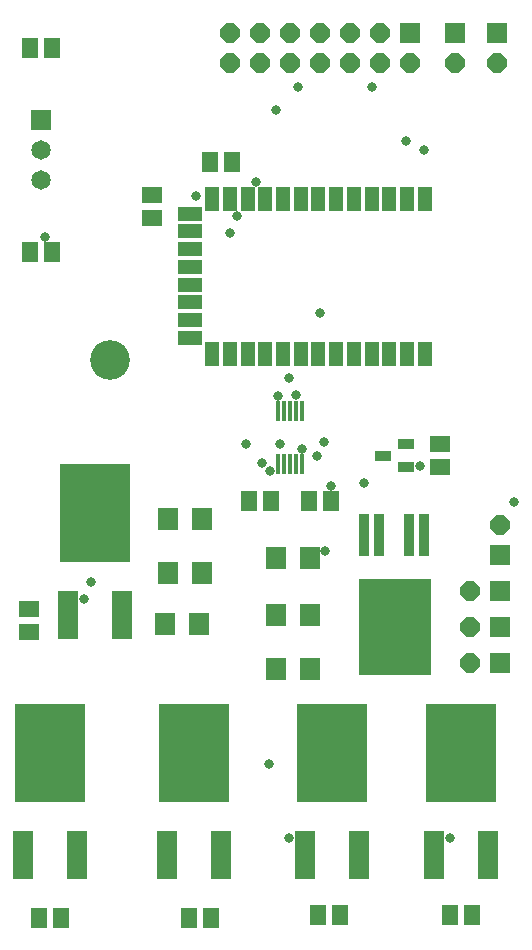
<source format=gts>
G75*
%MOIN*%
%OFA0B0*%
%FSLAX24Y24*%
%IPPOS*%
%LPD*%
%AMOC8*
5,1,8,0,0,1.08239X$1,22.5*
%
%ADD10C,0.1320*%
%ADD11R,0.2422X0.3210*%
%ADD12R,0.0375X0.1438*%
%ADD13R,0.0651X0.0651*%
%ADD14C,0.0651*%
%ADD15R,0.0572X0.0651*%
%ADD16R,0.0180X0.0651*%
%ADD17R,0.2343X0.3288*%
%ADD18R,0.0690X0.1635*%
%ADD19R,0.0532X0.0375*%
%ADD20R,0.0651X0.0572*%
%ADD21R,0.0690X0.0770*%
%ADD22R,0.0454X0.0808*%
%ADD23R,0.0808X0.0454*%
%ADD24OC8,0.0651*%
%ADD25C,0.0330*%
D10*
X005071Y019835D03*
D11*
X014581Y010950D03*
D12*
X015057Y014001D03*
X015557Y014001D03*
X014057Y014001D03*
X013557Y014001D03*
D13*
X018081Y013350D03*
X018081Y012150D03*
X018081Y010950D03*
X018081Y009750D03*
X017981Y030750D03*
X016581Y030750D03*
X015081Y030750D03*
X002781Y027850D03*
D14*
X002781Y026850D03*
X002781Y025850D03*
D15*
X003155Y023450D03*
X002407Y023450D03*
X002407Y030250D03*
X003155Y030250D03*
X008407Y026450D03*
X009155Y026450D03*
X009707Y015150D03*
X010455Y015150D03*
X011707Y015150D03*
X012455Y015150D03*
X012755Y001350D03*
X012007Y001350D03*
X008455Y001250D03*
X007707Y001250D03*
X003455Y001250D03*
X002707Y001250D03*
X016407Y001350D03*
X017155Y001350D03*
D16*
X011468Y016355D03*
X011271Y016355D03*
X011074Y016355D03*
X010878Y016355D03*
X010681Y016355D03*
X010681Y018126D03*
X010878Y018126D03*
X011074Y018126D03*
X011271Y018126D03*
X011468Y018126D03*
D17*
X004581Y014736D03*
X003081Y006736D03*
X007881Y006736D03*
X012481Y006736D03*
X016781Y006736D03*
D18*
X002175Y003350D03*
X003986Y003350D03*
X006975Y003350D03*
X008786Y003350D03*
X011575Y003350D03*
X013386Y003350D03*
X015875Y003350D03*
X017686Y003350D03*
X005486Y011350D03*
X003675Y011350D03*
D19*
X014167Y016650D03*
X014955Y016276D03*
X014955Y017024D03*
D20*
X016081Y017024D03*
X016081Y016276D03*
X006481Y024576D03*
X006481Y025324D03*
X002381Y011524D03*
X002381Y010776D03*
D21*
X006921Y011050D03*
X008041Y011050D03*
X008141Y012750D03*
X008141Y014550D03*
X007021Y014550D03*
X007021Y012750D03*
X010621Y013250D03*
X011741Y013250D03*
X011741Y011350D03*
X011741Y009550D03*
X010621Y009550D03*
X010621Y011350D03*
D22*
X010843Y020050D03*
X011433Y020050D03*
X012024Y020050D03*
X012615Y020050D03*
X013205Y020050D03*
X013796Y020050D03*
X014386Y020050D03*
X014977Y020050D03*
X015567Y020050D03*
X015567Y025207D03*
X014977Y025207D03*
X014386Y025207D03*
X013796Y025207D03*
X013205Y025207D03*
X012615Y025207D03*
X012024Y025207D03*
X011433Y025207D03*
X010843Y025207D03*
X010252Y025207D03*
X009662Y025207D03*
X009071Y025207D03*
X008481Y025207D03*
X008481Y020050D03*
X009071Y020050D03*
X009662Y020050D03*
X010252Y020050D03*
D23*
X007756Y020581D03*
X007756Y021172D03*
X007756Y021763D03*
X007756Y022353D03*
X007756Y022944D03*
X007756Y023534D03*
X007756Y024125D03*
X007756Y024715D03*
D24*
X009081Y029750D03*
X009081Y030750D03*
X010081Y030750D03*
X010081Y029750D03*
X011081Y029750D03*
X011081Y030750D03*
X012081Y030750D03*
X012081Y029750D03*
X013081Y029750D03*
X013081Y030750D03*
X014081Y030750D03*
X014081Y029750D03*
X015081Y029750D03*
X016581Y029750D03*
X017981Y029750D03*
X018081Y014350D03*
X017081Y012150D03*
X017081Y010950D03*
X017081Y009750D03*
D25*
X018556Y015100D03*
X015406Y016300D03*
X013556Y015750D03*
X012431Y015650D03*
X011981Y016650D03*
X012206Y017100D03*
X011481Y016875D03*
X010756Y017050D03*
X010156Y016400D03*
X010406Y016150D03*
X009606Y017050D03*
X010681Y018625D03*
X011056Y019225D03*
X011281Y018675D03*
X012081Y021400D03*
X009956Y025775D03*
X009306Y024625D03*
X009081Y024075D03*
X007931Y025300D03*
X010606Y028175D03*
X011356Y028925D03*
X013806Y028925D03*
X014956Y027125D03*
X015556Y026850D03*
X012256Y013475D03*
X010381Y006375D03*
X011056Y003900D03*
X016406Y003900D03*
X004431Y012425D03*
X004206Y011875D03*
X002906Y023950D03*
M02*

</source>
